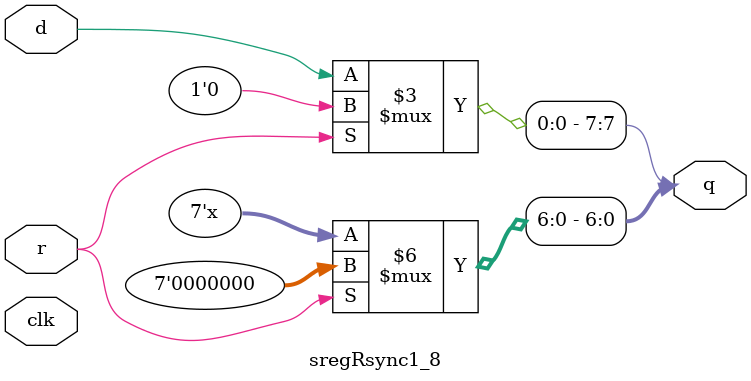
<source format=v>

module sregRsync1_8 (d,clk,r,q);
    input wire d,clk,r;
    output reg [7:0] q;

    always @(clk) begin
        if (r) q<=8'b00000000;
        else begin
            q[6:0]<=q[7:1];
            q[7]<=d;
        end
    end
endmodule   
</source>
